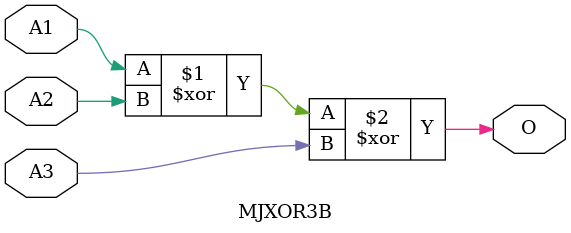
<source format=v>
module MJXOR3B(A1, A2, A3, O);
input   A1;
input   A2;
input   A3;
output  O;
xor g0(O, A1, A2, A3);
endmodule
</source>
